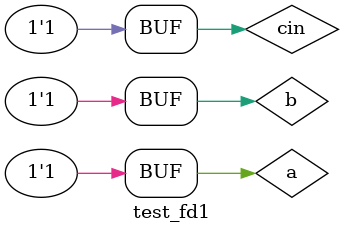
<source format=v>
module full_adder(a,b,cin,s,cout);
input a,b,cin;
output s,cout;
wire w1,w2,w3;
xor(w1,a,b);
and(w2,w1,cin);
and(w3,a,b);
xor(s,w1,cin);
or(c,w2,w3);
endmodule

module test_fd1;
reg a,b,cin;
wire s,cout;
full_adder f1(a,b,cin,s,cout);

initial begin
$dumpfile("wave.vcd");
        $dumpvars(0, test_fd1);
    a=0;b=0;cin=0;#100;
    a=0;b=0;cin=1;#100;
     a=0;b=1;cin=0;#100;
     a=0;b=1;cin=1;#100;
     a=1;b=0;cin=0;#100;
     a=1;b=0;cin=1;#100;
     a=1;b=1;cin=0;#100;
     a=1;b=0;cin=1;#100;
      a=1;b=1;cin=1;#100;


end
endmodule
</source>
